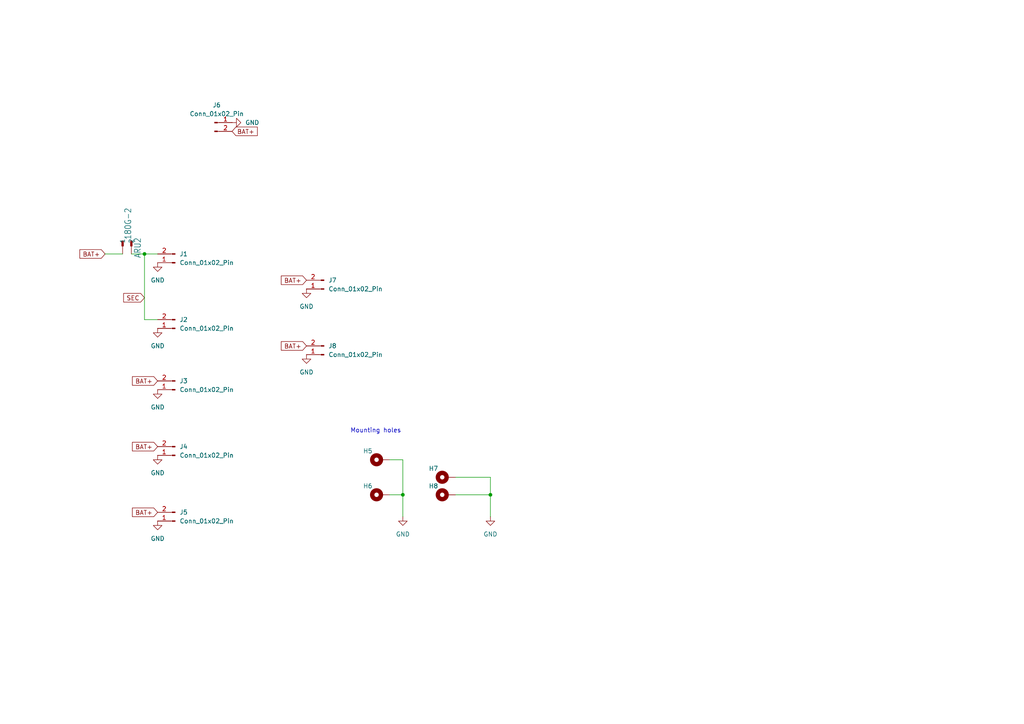
<source format=kicad_sch>
(kicad_sch (version 20231120) (generator "eeschema") (generator_version "8.0")
  (paper "A4")
  (lib_symbols
    (symbol "Connector:Conn_01x02_Pin" (pin_names (offset 1.016) hide)
      (property "Reference" "J" (at 0 2.54 0))
      (property "Value" "Conn_01x02_Pin" (at 0 -5.08 0))
      (symbol "Conn_01x02_Pin_1_1"
        (polyline (pts (xy 1.27 -2.54) (xy 0.8636 -2.54)) (stroke (width 0.1524)))
        (polyline (pts (xy 1.27 0) (xy 0.8636 0)) (stroke (width 0.1524)))
        (rectangle (start 0.8636 -2.413) (end 0 -2.667) (stroke (width 0.1524)) (fill (type outline)))
        (rectangle (start 0.8636 0.127) (end 0 -0.127) (stroke (width 0.1524)) (fill (type outline)))
        (pin passive line (at 5.08 0 180) (length 3.81) (name "Pin_1") (number "1"))
        (pin passive line (at 5.08 -2.54 180) (length 3.81) (name "Pin_2") (number "2"))
      )
    )
    (symbol "Mechanical:MountingHole_Pad" (pin_numbers hide) (pin_names (offset 1.016) hide)
      (property "Reference" "H" (at 0 6.35 0))
      (property "Value" "MountingHole_Pad" (at 0 4.445 0))
      (symbol "MountingHole_Pad_0_1"
        (circle (center 0 1.27) (radius 1.27) (stroke (width 1.27)))
      )
      (symbol "MountingHole_Pad_1_1"
        (pin input line (at 0 -2.54 90) (length 2.54) (name "1") (number "1"))
      )
    )
    (symbol "power:GND" (power) (pin_numbers hide) (pin_names (offset 0) hide)
      (property "Value" "GND" (at 0 -3.81 0))
      (symbol "GND_0_1"
        (polyline (pts (xy 0 0) (xy 0 -1.27) (xy 1.27 -1.27) (xy 0 -2.54) (xy -1.27 -1.27) (xy 0 -1.27)))
      )
      (symbol "GND_1_1"
        (pin power_in line (at 0 0 270) (length 0) (name "~") (number "1"))
      )
    )
    (symbol "schematic1-eagle-import:180G-2"
      (property "Reference" "X" (at 0 1.778 0))
      (property "Value" "180G-2" (at 0 -5.842 0))
      (symbol "180G-2_1_0"
        (rectangle (start -0.254 -2.794) (end 1.27 -2.286) (fill (type outline)))
        (rectangle (start -0.254 -0.254) (end 1.27 0.254) (fill (type outline)))
        (pin passive line (at -2.54 0 0) (length 2.54) (name "1") (number "1"))
        (pin passive line (at -2.54 -2.54 0) (length 2.54) (name "2") (number "2"))
      )
    )
  )
  (junction (at 142.24 143.51))
  (junction (at 116.84 143.51))
  (junction (at 41.91 73.66))
  (wire (pts (xy 116.84 133.35) (xy 113.03 133.35)))
  (wire (pts (xy 41.91 73.66) (xy 45.72 73.66)))
  (wire (pts (xy 132.08 138.43) (xy 142.24 138.43)))
  (wire (pts (xy 30.48 73.66) (xy 35.56 73.66)))
  (wire (pts (xy 41.91 73.66) (xy 41.91 92.71)))
  (wire (pts (xy 38.1 73.66) (xy 41.91 73.66)))
  (wire (pts (xy 142.24 143.51) (xy 142.24 138.43)))
  (wire (pts (xy 116.84 133.35) (xy 116.84 143.51)))
  (wire (pts (xy 116.84 149.86) (xy 116.84 143.51)))
  (wire (pts (xy 132.08 143.51) (xy 142.24 143.51)))
  (wire (pts (xy 142.24 143.51) (xy 142.24 149.86)))
  (wire (pts (xy 41.91 92.71) (xy 45.72 92.71)))
  (wire (pts (xy 113.03 143.51) (xy 116.84 143.51)))
  (text "Mounting holes\n" (at 101.6 125.73 0) (effects (font (size 1.27 1.27)) (justify left bottom)))
  (global_label "BAT+" (shape input) (at 67.31 38.1 0) (property "Intersheetrefs" "${INTERSHEET_REFS}" (effects (hide yes))))
  (global_label "BAT+" (shape input) (at 88.9 81.28 180) (property "Intersheetrefs" "${INTERSHEET_REFS}" (effects (hide yes))))
  (global_label "BAT+" (shape input) (at 45.72 110.49 180) (property "Intersheetrefs" "${INTERSHEET_REFS}" (effects (hide yes))))
  (global_label "SEC" (shape input) (at 41.91 86.36 180) (property "Intersheetrefs" "${INTERSHEET_REFS}" (effects (hide yes))))
  (global_label "BAT+" (shape input) (at 30.48 73.66 180) (property "Intersheetrefs" "${INTERSHEET_REFS}" (effects (hide yes))))
  (global_label "BAT+" (shape input) (at 45.72 148.59 180) (property "Intersheetrefs" "${INTERSHEET_REFS}" (effects (hide yes))))
  (global_label "BAT+" (shape input) (at 45.72 129.54 180) (property "Intersheetrefs" "${INTERSHEET_REFS}" (effects (hide yes))))
  (global_label "BAT+" (shape input) (at 88.9 100.33 180) (property "Intersheetrefs" "${INTERSHEET_REFS}" (effects (hide yes))))
  (symbol (lib_id "power:GND") (at 45.72 132.08 0) (unit 1)
    (property "Reference" "#PWR06" (effects (hide yes)))
    (property "Value" "GND" (at 45.72 137.16 0))
    (property "Description" "Power symbol creates a global label with name \"GND\" , ground" (effects (hide yes)))
  )
  (symbol (lib_id "Mechanical:MountingHole_Pad") (at 129.54 143.51 90) (unit 1)
    (property "Reference" "H8" (at 125.73 140.97 90))
    (property "Value" "MountingHole_Pad" (effects (hide yes)))
    (property "Footprint" "MountingHole:MountingHole_3.2mm_M3_Pad_Via" (effects (hide yes)))
    (property "MFR" "-" (effects (hide yes)))
  )
  (symbol (lib_id "power:GND") (at 45.72 113.03 0) (unit 1)
    (property "Reference" "#PWR05" (effects (hide yes)))
    (property "Value" "GND" (at 45.72 118.11 0))
    (property "Description" "Power symbol creates a global label with name \"GND\" , ground" (effects (hide yes)))
  )
  (symbol (lib_id "Mechanical:MountingHole_Pad") (at 129.54 138.43 90) (unit 1)
    (property "Reference" "H7" (at 125.73 135.89 90))
    (property "Value" "MountingHole_Pad" (effects (hide yes)))
    (property "Footprint" "MountingHole:MountingHole_3.2mm_M3_Pad_Via" (effects (hide yes)))
    (property "MFR" "-" (effects (hide yes)))
  )
  (symbol (lib_id "power:GND") (at 67.31 35.56 90) (unit 1)
    (property "Reference" "#PWR01" (effects (hide yes)))
    (property "Value" "GND" (at 71.12 35.5599 90) (effects (justify right)))
    (property "Description" "Power symbol creates a global label with name \"GND\" , ground" (effects (hide yes)))
  )
  (symbol (lib_id "power:GND") (at 45.72 76.2 0) (unit 1)
    (property "Reference" "#PWR02" (effects (hide yes)))
    (property "Value" "GND" (at 45.72 81.28 0))
    (property "Description" "Power symbol creates a global label with name \"GND\" , ground" (effects (hide yes)))
  )
  (symbol (lib_id "Connector:Conn_01x02_Pin") (at 93.98 83.82 180) (unit 1)
    (property "Reference" "J7" (at 95.25 81.2799 0) (effects (justify right)))
    (property "Value" "Conn_01x02_Pin" (at 95.25 83.8199 0) (effects (justify right)))
    (property "Footprint" "Connector_AMASS:AMASS_XT60-F_1x02_P7.20mm_Vertical" (effects (hide yes)))
    (property "Description" "Generic connector, single row, 01x02, script generated" (effects (hide yes)))
  )
  (symbol (lib_id "Connector:Conn_01x02_Pin") (at 50.8 95.25 180) (unit 1)
    (property "Reference" "J2" (at 52.07 92.7099 0) (effects (justify right)))
    (property "Value" "Conn_01x02_Pin" (at 52.07 95.2499 0) (effects (justify right)))
    (property "Footprint" "Connector_AMASS:AMASS_XT60-F_1x02_P7.20mm_Vertical" (effects (hide yes)))
    (property "Description" "Generic connector, single row, 01x02, script generated" (effects (hide yes)))
  )
  (symbol (lib_id "Connector:Conn_01x02_Pin") (at 50.8 151.13 180) (unit 1)
    (property "Reference" "J5" (at 52.07 148.5899 0) (effects (justify right)))
    (property "Value" "Conn_01x02_Pin" (at 52.07 151.1299 0) (effects (justify right)))
    (property "Footprint" "Connector_AMASS:AMASS_XT60-F_1x02_P7.20mm_Vertical" (effects (hide yes)))
    (property "Description" "Generic connector, single row, 01x02, script generated" (effects (hide yes)))
  )
  (symbol (lib_id "Connector:Conn_01x02_Pin") (at 50.8 113.03 180) (unit 1)
    (property "Reference" "J3" (at 52.07 110.4899 0) (effects (justify right)))
    (property "Value" "Conn_01x02_Pin" (at 52.07 113.0299 0) (effects (justify right)))
    (property "Footprint" "Connector_AMASS:AMASS_XT60-F_1x02_P7.20mm_Vertical" (effects (hide yes)))
    (property "Description" "Generic connector, single row, 01x02, script generated" (effects (hide yes)))
  )
  (symbol (lib_id "schematic1-eagle-import:180G-2") (at 35.56 71.12 90) (unit 1)
    (property "Reference" "ARU2" (at 40.894 74.93 0) (effects (font (size 1.778 1.5113)) (justify left bottom)))
    (property "Value" "180G-2" (at 38.1 69.596 0) (effects (font (size 1.778 1.5113)) (justify left bottom)))
    (property "Footprint" "Connector_AMASS:AMASS_XT60-F_1x02_P7.20mm_Vertical" (effects (hide yes)))
  )
  (symbol (lib_id "power:GND") (at 45.72 95.25 0) (unit 1)
    (property "Reference" "#PWR04" (effects (hide yes)))
    (property "Value" "GND" (at 45.72 100.33 0))
    (property "Description" "Power symbol creates a global label with name \"GND\" , ground" (effects (hide yes)))
  )
  (symbol (lib_id "power:GND") (at 45.72 151.13 0) (unit 1)
    (property "Reference" "#PWR07" (effects (hide yes)))
    (property "Value" "GND" (at 45.72 156.21 0))
    (property "Description" "Power symbol creates a global label with name \"GND\" , ground" (effects (hide yes)))
  )
  (symbol (lib_id "Connector:Conn_01x02_Pin") (at 50.8 132.08 180) (unit 1)
    (property "Reference" "J4" (at 52.07 129.5399 0) (effects (justify right)))
    (property "Value" "Conn_01x02_Pin" (at 52.07 132.0799 0) (effects (justify right)))
    (property "Footprint" "Connector_AMASS:AMASS_XT60-F_1x02_P7.20mm_Vertical" (effects (hide yes)))
    (property "Description" "Generic connector, single row, 01x02, script generated" (effects (hide yes)))
  )
  (symbol (lib_id "power:GND") (at 142.24 149.86 0) (unit 1)
    (property "Reference" "#PWR08" (effects (hide yes)))
    (property "Value" "GND" (at 142.24 154.94 0))
  )
  (symbol (lib_id "Connector:Conn_01x02_Pin") (at 50.8 76.2 180) (unit 1)
    (property "Reference" "J1" (at 52.07 73.6599 0) (effects (justify right)))
    (property "Value" "Conn_01x02_Pin" (at 52.07 76.1999 0) (effects (justify right)))
    (property "Footprint" "Connector_AMASS:AMASS_XT60-F_1x02_P7.20mm_Vertical" (effects (hide yes)))
    (property "Description" "Generic connector, single row, 01x02, script generated" (effects (hide yes)))
  )
  (symbol (lib_id "Connector:Conn_01x02_Pin") (at 62.23 35.56 0) (unit 1)
    (property "Reference" "J6" (at 62.865 30.48 0))
    (property "Value" "Conn_01x02_Pin" (at 62.865 33.02 0))
    (property "Footprint" "Connector_AMASS:AMASS_XT60-F_1x02_P7.20mm_Vertical" (effects (hide yes)))
    (property "Description" "Generic connector, single row, 01x02, script generated" (effects (hide yes)))
  )
  (symbol (lib_id "power:GND") (at 116.84 149.86 0) (unit 1)
    (property "Reference" "#PWR03" (effects (hide yes)))
    (property "Value" "GND" (at 116.84 154.94 0))
  )
  (symbol (lib_id "power:GND") (at 88.9 102.87 0) (unit 1)
    (property "Reference" "#PWR010" (effects (hide yes)))
    (property "Value" "GND" (at 88.9 107.95 0))
    (property "Description" "Power symbol creates a global label with name \"GND\" , ground" (effects (hide yes)))
  )
  (symbol (lib_id "Mechanical:MountingHole_Pad") (at 110.49 133.35 90) (unit 1)
    (property "Reference" "H5" (at 106.68 130.81 90))
    (property "Value" "MountingHole_Pad" (effects (hide yes)))
    (property "Footprint" "MountingHole:MountingHole_3.2mm_M3_Pad_Via" (effects (hide yes)))
    (property "MFR" "-" (effects (hide yes)))
  )
  (symbol (lib_id "Mechanical:MountingHole_Pad") (at 110.49 143.51 90) (unit 1)
    (property "Reference" "H6" (at 106.68 140.97 90))
    (property "Value" "MountingHole_Pad" (effects (hide yes)))
    (property "Footprint" "MountingHole:MountingHole_3.2mm_M3_Pad_Via" (effects (hide yes)))
    (property "MFR" "-" (effects (hide yes)))
  )
  (symbol (lib_id "Connector:Conn_01x02_Pin") (at 93.98 102.87 180) (unit 1)
    (property "Reference" "J8" (at 95.25 100.3299 0) (effects (justify right)))
    (property "Value" "Conn_01x02_Pin" (at 95.25 102.8699 0) (effects (justify right)))
    (property "Footprint" "Connector_AMASS:AMASS_XT60-F_1x02_P7.20mm_Vertical" (effects (hide yes)))
    (property "Description" "Generic connector, single row, 01x02, script generated" (effects (hide yes)))
  )
  (symbol (lib_id "power:GND") (at 88.9 83.82 0) (unit 1)
    (property "Reference" "#PWR09" (effects (hide yes)))
    (property "Value" "GND" (at 88.9 88.9 0))
    (property "Description" "Power symbol creates a global label with name \"GND\" , ground" (effects (hide yes)))
  )
)
</source>
